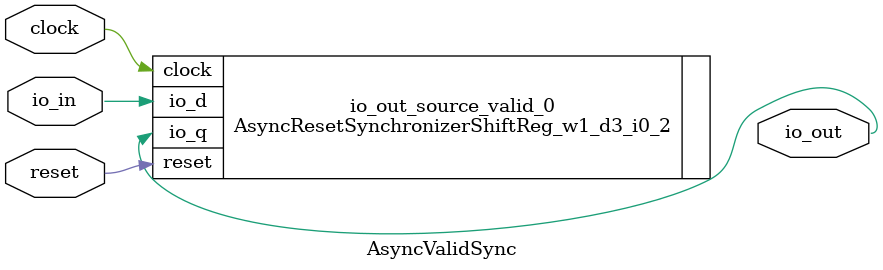
<source format=sv>
`ifndef RANDOMIZE
  `ifdef RANDOMIZE_REG_INIT
    `define RANDOMIZE
  `endif // RANDOMIZE_REG_INIT
`endif // not def RANDOMIZE
`ifndef RANDOMIZE
  `ifdef RANDOMIZE_MEM_INIT
    `define RANDOMIZE
  `endif // RANDOMIZE_MEM_INIT
`endif // not def RANDOMIZE

`ifndef RANDOM
  `define RANDOM $random
`endif // not def RANDOM

// Users can define 'PRINTF_COND' to add an extra gate to prints.
`ifndef PRINTF_COND_
  `ifdef PRINTF_COND
    `define PRINTF_COND_ (`PRINTF_COND)
  `else  // PRINTF_COND
    `define PRINTF_COND_ 1
  `endif // PRINTF_COND
`endif // not def PRINTF_COND_

// Users can define 'ASSERT_VERBOSE_COND' to add an extra gate to assert error printing.
`ifndef ASSERT_VERBOSE_COND_
  `ifdef ASSERT_VERBOSE_COND
    `define ASSERT_VERBOSE_COND_ (`ASSERT_VERBOSE_COND)
  `else  // ASSERT_VERBOSE_COND
    `define ASSERT_VERBOSE_COND_ 1
  `endif // ASSERT_VERBOSE_COND
`endif // not def ASSERT_VERBOSE_COND_

// Users can define 'STOP_COND' to add an extra gate to stop conditions.
`ifndef STOP_COND_
  `ifdef STOP_COND
    `define STOP_COND_ (`STOP_COND)
  `else  // STOP_COND
    `define STOP_COND_ 1
  `endif // STOP_COND
`endif // not def STOP_COND_

// Users can define INIT_RANDOM as general code that gets injected into the
// initializer block for modules with registers.
`ifndef INIT_RANDOM
  `define INIT_RANDOM
`endif // not def INIT_RANDOM

// If using random initialization, you can also define RANDOMIZE_DELAY to
// customize the delay used, otherwise 0.002 is used.
`ifndef RANDOMIZE_DELAY
  `define RANDOMIZE_DELAY 0.002
`endif // not def RANDOMIZE_DELAY

// Define INIT_RANDOM_PROLOG_ for use in our modules below.
`ifndef INIT_RANDOM_PROLOG_
  `ifdef RANDOMIZE
    `ifdef VERILATOR
      `define INIT_RANDOM_PROLOG_ `INIT_RANDOM
    `else  // VERILATOR
      `define INIT_RANDOM_PROLOG_ `INIT_RANDOM #`RANDOMIZE_DELAY begin end
    `endif // VERILATOR
  `else  // RANDOMIZE
    `define INIT_RANDOM_PROLOG_
  `endif // RANDOMIZE
`endif // not def INIT_RANDOM_PROLOG_

module AsyncValidSync(
  input  io_in,
         clock,
         reset,
  output io_out
);

  AsyncResetSynchronizerShiftReg_w1_d3_i0_2 io_out_source_valid_0 (	// @[ShiftReg.scala:45:23]
    .clock (clock),
    .reset (reset),
    .io_d  (io_in),
    .io_q  (io_out)
  );
endmodule


</source>
